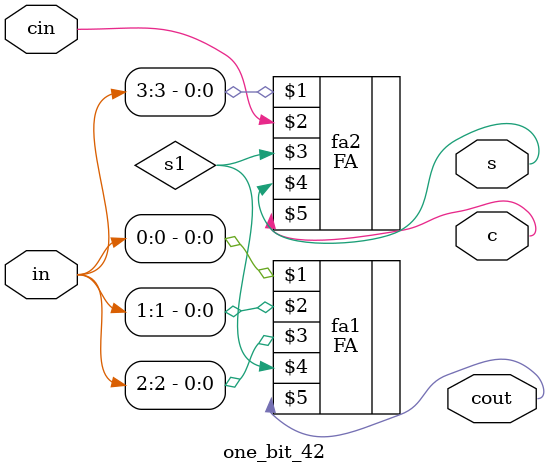
<source format=v>
module scale_extension(
    input [4:0] r1,//32
    input [4:0] r2,//31
    input [5:0] r3,//63
	input [4:0] sub,
    output  [9:0]out
    );
wire [4:0]out_w;
wire [5:0]out_w2;
wire [4:0]sum1,carry1;
wire [5:0]sum2,carry2;
wire [5:0]a3; 
wire [4:0]a2;
wire cout1,cout2;
//block1
CSA #(5)csa1(r2,~r1,~sub,sum1,carry1);
set3_add_ppa31 inst1(sum1,{carry1[3:0],carry1[4]},a2);
//block2
linear42_6bit l1({r3[4:0],r3[5]},{~sub[4:0],1'b1},{~a2[4:0],1'b1},{~r1[3:0],1'b1,~r1[4]},sum2,carry2);
set3_add_ppa63 inst2(sum2,{carry2[4:0],carry2[5]},a3);
//block3
cla #(5)cla2(a2[4:0],~a3[4:0],1'b1,out_w,c2);
//block4
assign out={out_w,r1};
endmodule

/////////////////////////////////////////////////
module linear42_6bit(
    input [5:0] in1,
	input [5:0] in2,
	input [5:0] in3,
	input [5:0] in4,
	output [5:0] out1,
	output [5:0] out2
	);
wire cout1,cout2,cout3,cout4,cout5,cout6;
reg cout6_reg=0;
always @* begin
	cout6_reg=cout6;
end
one_bit_42 inst1({in1[0],in2[0],in3[0],in4[0]},cout6_reg,cout1,out1[0],out2[0]);
one_bit_42 inst2({in1[1],in2[1],in3[1],in4[1]},cout1,cout2,out1[1],out2[1]);
one_bit_42 inst3({in1[2],in2[2],in3[2],in4[2]},cout2,cout3,out1[2],out2[2]);
one_bit_42 inst4({in1[3],in2[3],in3[3],in4[3]},cout3,cout4,out1[3],out2[3]);
one_bit_42 inst5({in1[4],in2[4],in3[4],in4[4]},cout4,cout5,out1[4],out2[4]);
one_bit_42 inst6({in1[5],in2[5],in3[5],in4[5]},cout5,cout6,out1[5],out2[5]);
endmodule
/////////////////////////////////////////////////

//////////////////////////////////////////////
module one_bit_42(
    input [3:0]in,
    input cin,
    output cout,
	output s,
	output c
    );
    wire s1,s2;
    FA fa1(
            in[0],in[1],in[2],s1,cout
        );
    FA fa2(
            in[3],cin,s1,s,c
        );
endmodule

</source>
